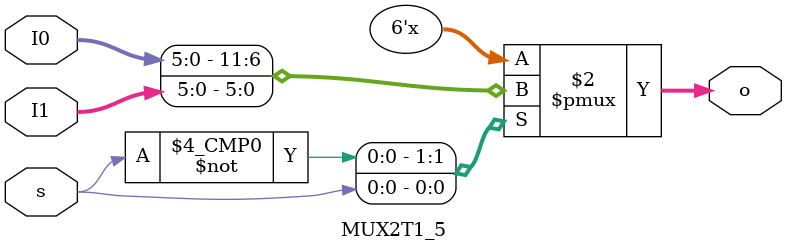
<source format=v>
`timescale 1ns / 1ps
module MUX2T1_5(input s, input [5:0] I0, input [5:0] I1, output reg [5:0] o);
	 always @* begin
		case(s)
		1'b0 : o <= I0;
		1'b1 : o <= I1;	
		endcase
	 end
endmodule


</source>
